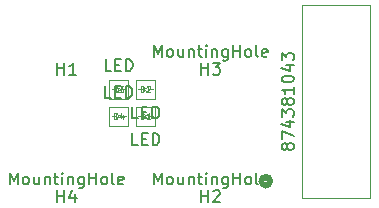
<source format=gbr>
%TF.GenerationSoftware,KiCad,Pcbnew,9.0.0*%
%TF.CreationDate,2025-04-02T01:46:26-07:00*%
%TF.ProjectId,LEDBoardUnhaunted,4c454442-6f61-4726-9455-6e6861756e74,rev?*%
%TF.SameCoordinates,Original*%
%TF.FileFunction,AssemblyDrawing,Top*%
%FSLAX46Y46*%
G04 Gerber Fmt 4.6, Leading zero omitted, Abs format (unit mm)*
G04 Created by KiCad (PCBNEW 9.0.0) date 2025-04-02 01:46:26*
%MOMM*%
%LPD*%
G01*
G04 APERTURE LIST*
%ADD10C,0.150000*%
%ADD11C,0.050000*%
%ADD12C,0.100000*%
%ADD13C,0.025400*%
%ADD14C,0.508000*%
G04 APERTURE END LIST*
D10*
X121503085Y-105721819D02*
X121503085Y-104721819D01*
X121503085Y-104721819D02*
X121836418Y-105436104D01*
X121836418Y-105436104D02*
X122169751Y-104721819D01*
X122169751Y-104721819D02*
X122169751Y-105721819D01*
X122788799Y-105721819D02*
X122693561Y-105674200D01*
X122693561Y-105674200D02*
X122645942Y-105626580D01*
X122645942Y-105626580D02*
X122598323Y-105531342D01*
X122598323Y-105531342D02*
X122598323Y-105245628D01*
X122598323Y-105245628D02*
X122645942Y-105150390D01*
X122645942Y-105150390D02*
X122693561Y-105102771D01*
X122693561Y-105102771D02*
X122788799Y-105055152D01*
X122788799Y-105055152D02*
X122931656Y-105055152D01*
X122931656Y-105055152D02*
X123026894Y-105102771D01*
X123026894Y-105102771D02*
X123074513Y-105150390D01*
X123074513Y-105150390D02*
X123122132Y-105245628D01*
X123122132Y-105245628D02*
X123122132Y-105531342D01*
X123122132Y-105531342D02*
X123074513Y-105626580D01*
X123074513Y-105626580D02*
X123026894Y-105674200D01*
X123026894Y-105674200D02*
X122931656Y-105721819D01*
X122931656Y-105721819D02*
X122788799Y-105721819D01*
X123979275Y-105055152D02*
X123979275Y-105721819D01*
X123550704Y-105055152D02*
X123550704Y-105578961D01*
X123550704Y-105578961D02*
X123598323Y-105674200D01*
X123598323Y-105674200D02*
X123693561Y-105721819D01*
X123693561Y-105721819D02*
X123836418Y-105721819D01*
X123836418Y-105721819D02*
X123931656Y-105674200D01*
X123931656Y-105674200D02*
X123979275Y-105626580D01*
X124455466Y-105055152D02*
X124455466Y-105721819D01*
X124455466Y-105150390D02*
X124503085Y-105102771D01*
X124503085Y-105102771D02*
X124598323Y-105055152D01*
X124598323Y-105055152D02*
X124741180Y-105055152D01*
X124741180Y-105055152D02*
X124836418Y-105102771D01*
X124836418Y-105102771D02*
X124884037Y-105198009D01*
X124884037Y-105198009D02*
X124884037Y-105721819D01*
X125217371Y-105055152D02*
X125598323Y-105055152D01*
X125360228Y-104721819D02*
X125360228Y-105578961D01*
X125360228Y-105578961D02*
X125407847Y-105674200D01*
X125407847Y-105674200D02*
X125503085Y-105721819D01*
X125503085Y-105721819D02*
X125598323Y-105721819D01*
X125931657Y-105721819D02*
X125931657Y-105055152D01*
X125931657Y-104721819D02*
X125884038Y-104769438D01*
X125884038Y-104769438D02*
X125931657Y-104817057D01*
X125931657Y-104817057D02*
X125979276Y-104769438D01*
X125979276Y-104769438D02*
X125931657Y-104721819D01*
X125931657Y-104721819D02*
X125931657Y-104817057D01*
X126407847Y-105055152D02*
X126407847Y-105721819D01*
X126407847Y-105150390D02*
X126455466Y-105102771D01*
X126455466Y-105102771D02*
X126550704Y-105055152D01*
X126550704Y-105055152D02*
X126693561Y-105055152D01*
X126693561Y-105055152D02*
X126788799Y-105102771D01*
X126788799Y-105102771D02*
X126836418Y-105198009D01*
X126836418Y-105198009D02*
X126836418Y-105721819D01*
X127741180Y-105055152D02*
X127741180Y-105864676D01*
X127741180Y-105864676D02*
X127693561Y-105959914D01*
X127693561Y-105959914D02*
X127645942Y-106007533D01*
X127645942Y-106007533D02*
X127550704Y-106055152D01*
X127550704Y-106055152D02*
X127407847Y-106055152D01*
X127407847Y-106055152D02*
X127312609Y-106007533D01*
X127741180Y-105674200D02*
X127645942Y-105721819D01*
X127645942Y-105721819D02*
X127455466Y-105721819D01*
X127455466Y-105721819D02*
X127360228Y-105674200D01*
X127360228Y-105674200D02*
X127312609Y-105626580D01*
X127312609Y-105626580D02*
X127264990Y-105531342D01*
X127264990Y-105531342D02*
X127264990Y-105245628D01*
X127264990Y-105245628D02*
X127312609Y-105150390D01*
X127312609Y-105150390D02*
X127360228Y-105102771D01*
X127360228Y-105102771D02*
X127455466Y-105055152D01*
X127455466Y-105055152D02*
X127645942Y-105055152D01*
X127645942Y-105055152D02*
X127741180Y-105102771D01*
X128217371Y-105721819D02*
X128217371Y-104721819D01*
X128217371Y-105198009D02*
X128788799Y-105198009D01*
X128788799Y-105721819D02*
X128788799Y-104721819D01*
X129407847Y-105721819D02*
X129312609Y-105674200D01*
X129312609Y-105674200D02*
X129264990Y-105626580D01*
X129264990Y-105626580D02*
X129217371Y-105531342D01*
X129217371Y-105531342D02*
X129217371Y-105245628D01*
X129217371Y-105245628D02*
X129264990Y-105150390D01*
X129264990Y-105150390D02*
X129312609Y-105102771D01*
X129312609Y-105102771D02*
X129407847Y-105055152D01*
X129407847Y-105055152D02*
X129550704Y-105055152D01*
X129550704Y-105055152D02*
X129645942Y-105102771D01*
X129645942Y-105102771D02*
X129693561Y-105150390D01*
X129693561Y-105150390D02*
X129741180Y-105245628D01*
X129741180Y-105245628D02*
X129741180Y-105531342D01*
X129741180Y-105531342D02*
X129693561Y-105626580D01*
X129693561Y-105626580D02*
X129645942Y-105674200D01*
X129645942Y-105674200D02*
X129550704Y-105721819D01*
X129550704Y-105721819D02*
X129407847Y-105721819D01*
X130312609Y-105721819D02*
X130217371Y-105674200D01*
X130217371Y-105674200D02*
X130169752Y-105578961D01*
X130169752Y-105578961D02*
X130169752Y-104721819D01*
X131074514Y-105674200D02*
X130979276Y-105721819D01*
X130979276Y-105721819D02*
X130788800Y-105721819D01*
X130788800Y-105721819D02*
X130693562Y-105674200D01*
X130693562Y-105674200D02*
X130645943Y-105578961D01*
X130645943Y-105578961D02*
X130645943Y-105198009D01*
X130645943Y-105198009D02*
X130693562Y-105102771D01*
X130693562Y-105102771D02*
X130788800Y-105055152D01*
X130788800Y-105055152D02*
X130979276Y-105055152D01*
X130979276Y-105055152D02*
X131074514Y-105102771D01*
X131074514Y-105102771D02*
X131122133Y-105198009D01*
X131122133Y-105198009D02*
X131122133Y-105293247D01*
X131122133Y-105293247D02*
X130645943Y-105388485D01*
X125526895Y-107221819D02*
X125526895Y-106221819D01*
X125526895Y-106698009D02*
X126098323Y-106698009D01*
X126098323Y-107221819D02*
X126098323Y-106221819D01*
X127003085Y-106555152D02*
X127003085Y-107221819D01*
X126764990Y-106174200D02*
X126526895Y-106888485D01*
X126526895Y-106888485D02*
X127145942Y-106888485D01*
X130075742Y-96130519D02*
X129599552Y-96130519D01*
X129599552Y-96130519D02*
X129599552Y-95130519D01*
X130409076Y-95606709D02*
X130742409Y-95606709D01*
X130885266Y-96130519D02*
X130409076Y-96130519D01*
X130409076Y-96130519D02*
X130409076Y-95130519D01*
X130409076Y-95130519D02*
X130885266Y-95130519D01*
X131313838Y-96130519D02*
X131313838Y-95130519D01*
X131313838Y-95130519D02*
X131551933Y-95130519D01*
X131551933Y-95130519D02*
X131694790Y-95178138D01*
X131694790Y-95178138D02*
X131790028Y-95273376D01*
X131790028Y-95273376D02*
X131837647Y-95368614D01*
X131837647Y-95368614D02*
X131885266Y-95559090D01*
X131885266Y-95559090D02*
X131885266Y-95701947D01*
X131885266Y-95701947D02*
X131837647Y-95892423D01*
X131837647Y-95892423D02*
X131790028Y-95987661D01*
X131790028Y-95987661D02*
X131694790Y-96082900D01*
X131694790Y-96082900D02*
X131551933Y-96130519D01*
X131551933Y-96130519D02*
X131313838Y-96130519D01*
D11*
X130349552Y-97904409D02*
X130349552Y-97404409D01*
X130349552Y-97404409D02*
X130468600Y-97404409D01*
X130468600Y-97404409D02*
X130540028Y-97428219D01*
X130540028Y-97428219D02*
X130587647Y-97475838D01*
X130587647Y-97475838D02*
X130611457Y-97523457D01*
X130611457Y-97523457D02*
X130635266Y-97618695D01*
X130635266Y-97618695D02*
X130635266Y-97690123D01*
X130635266Y-97690123D02*
X130611457Y-97785361D01*
X130611457Y-97785361D02*
X130587647Y-97832980D01*
X130587647Y-97832980D02*
X130540028Y-97880600D01*
X130540028Y-97880600D02*
X130468600Y-97904409D01*
X130468600Y-97904409D02*
X130349552Y-97904409D01*
X130801933Y-97404409D02*
X131111457Y-97404409D01*
X131111457Y-97404409D02*
X130944790Y-97594885D01*
X130944790Y-97594885D02*
X131016219Y-97594885D01*
X131016219Y-97594885D02*
X131063838Y-97618695D01*
X131063838Y-97618695D02*
X131087647Y-97642504D01*
X131087647Y-97642504D02*
X131111457Y-97690123D01*
X131111457Y-97690123D02*
X131111457Y-97809171D01*
X131111457Y-97809171D02*
X131087647Y-97856790D01*
X131087647Y-97856790D02*
X131063838Y-97880600D01*
X131063838Y-97880600D02*
X131016219Y-97904409D01*
X131016219Y-97904409D02*
X130873362Y-97904409D01*
X130873362Y-97904409D02*
X130825743Y-97880600D01*
X130825743Y-97880600D02*
X130801933Y-97856790D01*
D10*
X125526895Y-96426819D02*
X125526895Y-95426819D01*
X125526895Y-95903009D02*
X126098323Y-95903009D01*
X126098323Y-96426819D02*
X126098323Y-95426819D01*
X127098323Y-96426819D02*
X126526895Y-96426819D01*
X126812609Y-96426819D02*
X126812609Y-95426819D01*
X126812609Y-95426819D02*
X126717371Y-95569676D01*
X126717371Y-95569676D02*
X126622133Y-95664914D01*
X126622133Y-95664914D02*
X126526895Y-95712533D01*
X132343942Y-102391119D02*
X131867752Y-102391119D01*
X131867752Y-102391119D02*
X131867752Y-101391119D01*
X132677276Y-101867309D02*
X133010609Y-101867309D01*
X133153466Y-102391119D02*
X132677276Y-102391119D01*
X132677276Y-102391119D02*
X132677276Y-101391119D01*
X132677276Y-101391119D02*
X133153466Y-101391119D01*
X133582038Y-102391119D02*
X133582038Y-101391119D01*
X133582038Y-101391119D02*
X133820133Y-101391119D01*
X133820133Y-101391119D02*
X133962990Y-101438738D01*
X133962990Y-101438738D02*
X134058228Y-101533976D01*
X134058228Y-101533976D02*
X134105847Y-101629214D01*
X134105847Y-101629214D02*
X134153466Y-101819690D01*
X134153466Y-101819690D02*
X134153466Y-101962547D01*
X134153466Y-101962547D02*
X134105847Y-102153023D01*
X134105847Y-102153023D02*
X134058228Y-102248261D01*
X134058228Y-102248261D02*
X133962990Y-102343500D01*
X133962990Y-102343500D02*
X133820133Y-102391119D01*
X133820133Y-102391119D02*
X133582038Y-102391119D01*
D11*
X132617752Y-100165009D02*
X132617752Y-99665009D01*
X132617752Y-99665009D02*
X132736800Y-99665009D01*
X132736800Y-99665009D02*
X132808228Y-99688819D01*
X132808228Y-99688819D02*
X132855847Y-99736438D01*
X132855847Y-99736438D02*
X132879657Y-99784057D01*
X132879657Y-99784057D02*
X132903466Y-99879295D01*
X132903466Y-99879295D02*
X132903466Y-99950723D01*
X132903466Y-99950723D02*
X132879657Y-100045961D01*
X132879657Y-100045961D02*
X132855847Y-100093580D01*
X132855847Y-100093580D02*
X132808228Y-100141200D01*
X132808228Y-100141200D02*
X132736800Y-100165009D01*
X132736800Y-100165009D02*
X132617752Y-100165009D01*
X133379657Y-100165009D02*
X133093943Y-100165009D01*
X133236800Y-100165009D02*
X133236800Y-99665009D01*
X133236800Y-99665009D02*
X133189181Y-99736438D01*
X133189181Y-99736438D02*
X133141562Y-99784057D01*
X133141562Y-99784057D02*
X133093943Y-99807866D01*
D10*
X133695085Y-94926819D02*
X133695085Y-93926819D01*
X133695085Y-93926819D02*
X134028418Y-94641104D01*
X134028418Y-94641104D02*
X134361751Y-93926819D01*
X134361751Y-93926819D02*
X134361751Y-94926819D01*
X134980799Y-94926819D02*
X134885561Y-94879200D01*
X134885561Y-94879200D02*
X134837942Y-94831580D01*
X134837942Y-94831580D02*
X134790323Y-94736342D01*
X134790323Y-94736342D02*
X134790323Y-94450628D01*
X134790323Y-94450628D02*
X134837942Y-94355390D01*
X134837942Y-94355390D02*
X134885561Y-94307771D01*
X134885561Y-94307771D02*
X134980799Y-94260152D01*
X134980799Y-94260152D02*
X135123656Y-94260152D01*
X135123656Y-94260152D02*
X135218894Y-94307771D01*
X135218894Y-94307771D02*
X135266513Y-94355390D01*
X135266513Y-94355390D02*
X135314132Y-94450628D01*
X135314132Y-94450628D02*
X135314132Y-94736342D01*
X135314132Y-94736342D02*
X135266513Y-94831580D01*
X135266513Y-94831580D02*
X135218894Y-94879200D01*
X135218894Y-94879200D02*
X135123656Y-94926819D01*
X135123656Y-94926819D02*
X134980799Y-94926819D01*
X136171275Y-94260152D02*
X136171275Y-94926819D01*
X135742704Y-94260152D02*
X135742704Y-94783961D01*
X135742704Y-94783961D02*
X135790323Y-94879200D01*
X135790323Y-94879200D02*
X135885561Y-94926819D01*
X135885561Y-94926819D02*
X136028418Y-94926819D01*
X136028418Y-94926819D02*
X136123656Y-94879200D01*
X136123656Y-94879200D02*
X136171275Y-94831580D01*
X136647466Y-94260152D02*
X136647466Y-94926819D01*
X136647466Y-94355390D02*
X136695085Y-94307771D01*
X136695085Y-94307771D02*
X136790323Y-94260152D01*
X136790323Y-94260152D02*
X136933180Y-94260152D01*
X136933180Y-94260152D02*
X137028418Y-94307771D01*
X137028418Y-94307771D02*
X137076037Y-94403009D01*
X137076037Y-94403009D02*
X137076037Y-94926819D01*
X137409371Y-94260152D02*
X137790323Y-94260152D01*
X137552228Y-93926819D02*
X137552228Y-94783961D01*
X137552228Y-94783961D02*
X137599847Y-94879200D01*
X137599847Y-94879200D02*
X137695085Y-94926819D01*
X137695085Y-94926819D02*
X137790323Y-94926819D01*
X138123657Y-94926819D02*
X138123657Y-94260152D01*
X138123657Y-93926819D02*
X138076038Y-93974438D01*
X138076038Y-93974438D02*
X138123657Y-94022057D01*
X138123657Y-94022057D02*
X138171276Y-93974438D01*
X138171276Y-93974438D02*
X138123657Y-93926819D01*
X138123657Y-93926819D02*
X138123657Y-94022057D01*
X138599847Y-94260152D02*
X138599847Y-94926819D01*
X138599847Y-94355390D02*
X138647466Y-94307771D01*
X138647466Y-94307771D02*
X138742704Y-94260152D01*
X138742704Y-94260152D02*
X138885561Y-94260152D01*
X138885561Y-94260152D02*
X138980799Y-94307771D01*
X138980799Y-94307771D02*
X139028418Y-94403009D01*
X139028418Y-94403009D02*
X139028418Y-94926819D01*
X139933180Y-94260152D02*
X139933180Y-95069676D01*
X139933180Y-95069676D02*
X139885561Y-95164914D01*
X139885561Y-95164914D02*
X139837942Y-95212533D01*
X139837942Y-95212533D02*
X139742704Y-95260152D01*
X139742704Y-95260152D02*
X139599847Y-95260152D01*
X139599847Y-95260152D02*
X139504609Y-95212533D01*
X139933180Y-94879200D02*
X139837942Y-94926819D01*
X139837942Y-94926819D02*
X139647466Y-94926819D01*
X139647466Y-94926819D02*
X139552228Y-94879200D01*
X139552228Y-94879200D02*
X139504609Y-94831580D01*
X139504609Y-94831580D02*
X139456990Y-94736342D01*
X139456990Y-94736342D02*
X139456990Y-94450628D01*
X139456990Y-94450628D02*
X139504609Y-94355390D01*
X139504609Y-94355390D02*
X139552228Y-94307771D01*
X139552228Y-94307771D02*
X139647466Y-94260152D01*
X139647466Y-94260152D02*
X139837942Y-94260152D01*
X139837942Y-94260152D02*
X139933180Y-94307771D01*
X140409371Y-94926819D02*
X140409371Y-93926819D01*
X140409371Y-94403009D02*
X140980799Y-94403009D01*
X140980799Y-94926819D02*
X140980799Y-93926819D01*
X141599847Y-94926819D02*
X141504609Y-94879200D01*
X141504609Y-94879200D02*
X141456990Y-94831580D01*
X141456990Y-94831580D02*
X141409371Y-94736342D01*
X141409371Y-94736342D02*
X141409371Y-94450628D01*
X141409371Y-94450628D02*
X141456990Y-94355390D01*
X141456990Y-94355390D02*
X141504609Y-94307771D01*
X141504609Y-94307771D02*
X141599847Y-94260152D01*
X141599847Y-94260152D02*
X141742704Y-94260152D01*
X141742704Y-94260152D02*
X141837942Y-94307771D01*
X141837942Y-94307771D02*
X141885561Y-94355390D01*
X141885561Y-94355390D02*
X141933180Y-94450628D01*
X141933180Y-94450628D02*
X141933180Y-94736342D01*
X141933180Y-94736342D02*
X141885561Y-94831580D01*
X141885561Y-94831580D02*
X141837942Y-94879200D01*
X141837942Y-94879200D02*
X141742704Y-94926819D01*
X141742704Y-94926819D02*
X141599847Y-94926819D01*
X142504609Y-94926819D02*
X142409371Y-94879200D01*
X142409371Y-94879200D02*
X142361752Y-94783961D01*
X142361752Y-94783961D02*
X142361752Y-93926819D01*
X143266514Y-94879200D02*
X143171276Y-94926819D01*
X143171276Y-94926819D02*
X142980800Y-94926819D01*
X142980800Y-94926819D02*
X142885562Y-94879200D01*
X142885562Y-94879200D02*
X142837943Y-94783961D01*
X142837943Y-94783961D02*
X142837943Y-94403009D01*
X142837943Y-94403009D02*
X142885562Y-94307771D01*
X142885562Y-94307771D02*
X142980800Y-94260152D01*
X142980800Y-94260152D02*
X143171276Y-94260152D01*
X143171276Y-94260152D02*
X143266514Y-94307771D01*
X143266514Y-94307771D02*
X143314133Y-94403009D01*
X143314133Y-94403009D02*
X143314133Y-94498247D01*
X143314133Y-94498247D02*
X142837943Y-94593485D01*
X137718895Y-96426819D02*
X137718895Y-95426819D01*
X137718895Y-95903009D02*
X138290323Y-95903009D01*
X138290323Y-96426819D02*
X138290323Y-95426819D01*
X138671276Y-95426819D02*
X139290323Y-95426819D01*
X139290323Y-95426819D02*
X138956990Y-95807771D01*
X138956990Y-95807771D02*
X139099847Y-95807771D01*
X139099847Y-95807771D02*
X139195085Y-95855390D01*
X139195085Y-95855390D02*
X139242704Y-95903009D01*
X139242704Y-95903009D02*
X139290323Y-95998247D01*
X139290323Y-95998247D02*
X139290323Y-96236342D01*
X139290323Y-96236342D02*
X139242704Y-96331580D01*
X139242704Y-96331580D02*
X139195085Y-96379200D01*
X139195085Y-96379200D02*
X139099847Y-96426819D01*
X139099847Y-96426819D02*
X138814133Y-96426819D01*
X138814133Y-96426819D02*
X138718895Y-96379200D01*
X138718895Y-96379200D02*
X138671276Y-96331580D01*
X133695085Y-105721819D02*
X133695085Y-104721819D01*
X133695085Y-104721819D02*
X134028418Y-105436104D01*
X134028418Y-105436104D02*
X134361751Y-104721819D01*
X134361751Y-104721819D02*
X134361751Y-105721819D01*
X134980799Y-105721819D02*
X134885561Y-105674200D01*
X134885561Y-105674200D02*
X134837942Y-105626580D01*
X134837942Y-105626580D02*
X134790323Y-105531342D01*
X134790323Y-105531342D02*
X134790323Y-105245628D01*
X134790323Y-105245628D02*
X134837942Y-105150390D01*
X134837942Y-105150390D02*
X134885561Y-105102771D01*
X134885561Y-105102771D02*
X134980799Y-105055152D01*
X134980799Y-105055152D02*
X135123656Y-105055152D01*
X135123656Y-105055152D02*
X135218894Y-105102771D01*
X135218894Y-105102771D02*
X135266513Y-105150390D01*
X135266513Y-105150390D02*
X135314132Y-105245628D01*
X135314132Y-105245628D02*
X135314132Y-105531342D01*
X135314132Y-105531342D02*
X135266513Y-105626580D01*
X135266513Y-105626580D02*
X135218894Y-105674200D01*
X135218894Y-105674200D02*
X135123656Y-105721819D01*
X135123656Y-105721819D02*
X134980799Y-105721819D01*
X136171275Y-105055152D02*
X136171275Y-105721819D01*
X135742704Y-105055152D02*
X135742704Y-105578961D01*
X135742704Y-105578961D02*
X135790323Y-105674200D01*
X135790323Y-105674200D02*
X135885561Y-105721819D01*
X135885561Y-105721819D02*
X136028418Y-105721819D01*
X136028418Y-105721819D02*
X136123656Y-105674200D01*
X136123656Y-105674200D02*
X136171275Y-105626580D01*
X136647466Y-105055152D02*
X136647466Y-105721819D01*
X136647466Y-105150390D02*
X136695085Y-105102771D01*
X136695085Y-105102771D02*
X136790323Y-105055152D01*
X136790323Y-105055152D02*
X136933180Y-105055152D01*
X136933180Y-105055152D02*
X137028418Y-105102771D01*
X137028418Y-105102771D02*
X137076037Y-105198009D01*
X137076037Y-105198009D02*
X137076037Y-105721819D01*
X137409371Y-105055152D02*
X137790323Y-105055152D01*
X137552228Y-104721819D02*
X137552228Y-105578961D01*
X137552228Y-105578961D02*
X137599847Y-105674200D01*
X137599847Y-105674200D02*
X137695085Y-105721819D01*
X137695085Y-105721819D02*
X137790323Y-105721819D01*
X138123657Y-105721819D02*
X138123657Y-105055152D01*
X138123657Y-104721819D02*
X138076038Y-104769438D01*
X138076038Y-104769438D02*
X138123657Y-104817057D01*
X138123657Y-104817057D02*
X138171276Y-104769438D01*
X138171276Y-104769438D02*
X138123657Y-104721819D01*
X138123657Y-104721819D02*
X138123657Y-104817057D01*
X138599847Y-105055152D02*
X138599847Y-105721819D01*
X138599847Y-105150390D02*
X138647466Y-105102771D01*
X138647466Y-105102771D02*
X138742704Y-105055152D01*
X138742704Y-105055152D02*
X138885561Y-105055152D01*
X138885561Y-105055152D02*
X138980799Y-105102771D01*
X138980799Y-105102771D02*
X139028418Y-105198009D01*
X139028418Y-105198009D02*
X139028418Y-105721819D01*
X139933180Y-105055152D02*
X139933180Y-105864676D01*
X139933180Y-105864676D02*
X139885561Y-105959914D01*
X139885561Y-105959914D02*
X139837942Y-106007533D01*
X139837942Y-106007533D02*
X139742704Y-106055152D01*
X139742704Y-106055152D02*
X139599847Y-106055152D01*
X139599847Y-106055152D02*
X139504609Y-106007533D01*
X139933180Y-105674200D02*
X139837942Y-105721819D01*
X139837942Y-105721819D02*
X139647466Y-105721819D01*
X139647466Y-105721819D02*
X139552228Y-105674200D01*
X139552228Y-105674200D02*
X139504609Y-105626580D01*
X139504609Y-105626580D02*
X139456990Y-105531342D01*
X139456990Y-105531342D02*
X139456990Y-105245628D01*
X139456990Y-105245628D02*
X139504609Y-105150390D01*
X139504609Y-105150390D02*
X139552228Y-105102771D01*
X139552228Y-105102771D02*
X139647466Y-105055152D01*
X139647466Y-105055152D02*
X139837942Y-105055152D01*
X139837942Y-105055152D02*
X139933180Y-105102771D01*
X140409371Y-105721819D02*
X140409371Y-104721819D01*
X140409371Y-105198009D02*
X140980799Y-105198009D01*
X140980799Y-105721819D02*
X140980799Y-104721819D01*
X141599847Y-105721819D02*
X141504609Y-105674200D01*
X141504609Y-105674200D02*
X141456990Y-105626580D01*
X141456990Y-105626580D02*
X141409371Y-105531342D01*
X141409371Y-105531342D02*
X141409371Y-105245628D01*
X141409371Y-105245628D02*
X141456990Y-105150390D01*
X141456990Y-105150390D02*
X141504609Y-105102771D01*
X141504609Y-105102771D02*
X141599847Y-105055152D01*
X141599847Y-105055152D02*
X141742704Y-105055152D01*
X141742704Y-105055152D02*
X141837942Y-105102771D01*
X141837942Y-105102771D02*
X141885561Y-105150390D01*
X141885561Y-105150390D02*
X141933180Y-105245628D01*
X141933180Y-105245628D02*
X141933180Y-105531342D01*
X141933180Y-105531342D02*
X141885561Y-105626580D01*
X141885561Y-105626580D02*
X141837942Y-105674200D01*
X141837942Y-105674200D02*
X141742704Y-105721819D01*
X141742704Y-105721819D02*
X141599847Y-105721819D01*
X142504609Y-105721819D02*
X142409371Y-105674200D01*
X142409371Y-105674200D02*
X142361752Y-105578961D01*
X142361752Y-105578961D02*
X142361752Y-104721819D01*
X143266514Y-105674200D02*
X143171276Y-105721819D01*
X143171276Y-105721819D02*
X142980800Y-105721819D01*
X142980800Y-105721819D02*
X142885562Y-105674200D01*
X142885562Y-105674200D02*
X142837943Y-105578961D01*
X142837943Y-105578961D02*
X142837943Y-105198009D01*
X142837943Y-105198009D02*
X142885562Y-105102771D01*
X142885562Y-105102771D02*
X142980800Y-105055152D01*
X142980800Y-105055152D02*
X143171276Y-105055152D01*
X143171276Y-105055152D02*
X143266514Y-105102771D01*
X143266514Y-105102771D02*
X143314133Y-105198009D01*
X143314133Y-105198009D02*
X143314133Y-105293247D01*
X143314133Y-105293247D02*
X142837943Y-105388485D01*
X137718895Y-107221819D02*
X137718895Y-106221819D01*
X137718895Y-106698009D02*
X138290323Y-106698009D01*
X138290323Y-107221819D02*
X138290323Y-106221819D01*
X138718895Y-106317057D02*
X138766514Y-106269438D01*
X138766514Y-106269438D02*
X138861752Y-106221819D01*
X138861752Y-106221819D02*
X139099847Y-106221819D01*
X139099847Y-106221819D02*
X139195085Y-106269438D01*
X139195085Y-106269438D02*
X139242704Y-106317057D01*
X139242704Y-106317057D02*
X139290323Y-106412295D01*
X139290323Y-106412295D02*
X139290323Y-106507533D01*
X139290323Y-106507533D02*
X139242704Y-106650390D01*
X139242704Y-106650390D02*
X138671276Y-107221819D01*
X138671276Y-107221819D02*
X139290323Y-107221819D01*
X130068142Y-98391119D02*
X129591952Y-98391119D01*
X129591952Y-98391119D02*
X129591952Y-97391119D01*
X130401476Y-97867309D02*
X130734809Y-97867309D01*
X130877666Y-98391119D02*
X130401476Y-98391119D01*
X130401476Y-98391119D02*
X130401476Y-97391119D01*
X130401476Y-97391119D02*
X130877666Y-97391119D01*
X131306238Y-98391119D02*
X131306238Y-97391119D01*
X131306238Y-97391119D02*
X131544333Y-97391119D01*
X131544333Y-97391119D02*
X131687190Y-97438738D01*
X131687190Y-97438738D02*
X131782428Y-97533976D01*
X131782428Y-97533976D02*
X131830047Y-97629214D01*
X131830047Y-97629214D02*
X131877666Y-97819690D01*
X131877666Y-97819690D02*
X131877666Y-97962547D01*
X131877666Y-97962547D02*
X131830047Y-98153023D01*
X131830047Y-98153023D02*
X131782428Y-98248261D01*
X131782428Y-98248261D02*
X131687190Y-98343500D01*
X131687190Y-98343500D02*
X131544333Y-98391119D01*
X131544333Y-98391119D02*
X131306238Y-98391119D01*
D11*
X130341952Y-100165009D02*
X130341952Y-99665009D01*
X130341952Y-99665009D02*
X130461000Y-99665009D01*
X130461000Y-99665009D02*
X130532428Y-99688819D01*
X130532428Y-99688819D02*
X130580047Y-99736438D01*
X130580047Y-99736438D02*
X130603857Y-99784057D01*
X130603857Y-99784057D02*
X130627666Y-99879295D01*
X130627666Y-99879295D02*
X130627666Y-99950723D01*
X130627666Y-99950723D02*
X130603857Y-100045961D01*
X130603857Y-100045961D02*
X130580047Y-100093580D01*
X130580047Y-100093580D02*
X130532428Y-100141200D01*
X130532428Y-100141200D02*
X130461000Y-100165009D01*
X130461000Y-100165009D02*
X130341952Y-100165009D01*
X131056238Y-99831676D02*
X131056238Y-100165009D01*
X130937190Y-99641200D02*
X130818143Y-99998342D01*
X130818143Y-99998342D02*
X131127666Y-99998342D01*
D10*
X144954390Y-102598562D02*
X144906771Y-102693800D01*
X144906771Y-102693800D02*
X144859152Y-102741419D01*
X144859152Y-102741419D02*
X144763914Y-102789038D01*
X144763914Y-102789038D02*
X144716295Y-102789038D01*
X144716295Y-102789038D02*
X144621057Y-102741419D01*
X144621057Y-102741419D02*
X144573438Y-102693800D01*
X144573438Y-102693800D02*
X144525819Y-102598562D01*
X144525819Y-102598562D02*
X144525819Y-102408086D01*
X144525819Y-102408086D02*
X144573438Y-102312848D01*
X144573438Y-102312848D02*
X144621057Y-102265229D01*
X144621057Y-102265229D02*
X144716295Y-102217610D01*
X144716295Y-102217610D02*
X144763914Y-102217610D01*
X144763914Y-102217610D02*
X144859152Y-102265229D01*
X144859152Y-102265229D02*
X144906771Y-102312848D01*
X144906771Y-102312848D02*
X144954390Y-102408086D01*
X144954390Y-102408086D02*
X144954390Y-102598562D01*
X144954390Y-102598562D02*
X145002009Y-102693800D01*
X145002009Y-102693800D02*
X145049628Y-102741419D01*
X145049628Y-102741419D02*
X145144866Y-102789038D01*
X145144866Y-102789038D02*
X145335342Y-102789038D01*
X145335342Y-102789038D02*
X145430580Y-102741419D01*
X145430580Y-102741419D02*
X145478200Y-102693800D01*
X145478200Y-102693800D02*
X145525819Y-102598562D01*
X145525819Y-102598562D02*
X145525819Y-102408086D01*
X145525819Y-102408086D02*
X145478200Y-102312848D01*
X145478200Y-102312848D02*
X145430580Y-102265229D01*
X145430580Y-102265229D02*
X145335342Y-102217610D01*
X145335342Y-102217610D02*
X145144866Y-102217610D01*
X145144866Y-102217610D02*
X145049628Y-102265229D01*
X145049628Y-102265229D02*
X145002009Y-102312848D01*
X145002009Y-102312848D02*
X144954390Y-102408086D01*
X144525819Y-101884276D02*
X144525819Y-101217610D01*
X144525819Y-101217610D02*
X145525819Y-101646181D01*
X144859152Y-100408086D02*
X145525819Y-100408086D01*
X144478200Y-100646181D02*
X145192485Y-100884276D01*
X145192485Y-100884276D02*
X145192485Y-100265229D01*
X144525819Y-99979514D02*
X144525819Y-99360467D01*
X144525819Y-99360467D02*
X144906771Y-99693800D01*
X144906771Y-99693800D02*
X144906771Y-99550943D01*
X144906771Y-99550943D02*
X144954390Y-99455705D01*
X144954390Y-99455705D02*
X145002009Y-99408086D01*
X145002009Y-99408086D02*
X145097247Y-99360467D01*
X145097247Y-99360467D02*
X145335342Y-99360467D01*
X145335342Y-99360467D02*
X145430580Y-99408086D01*
X145430580Y-99408086D02*
X145478200Y-99455705D01*
X145478200Y-99455705D02*
X145525819Y-99550943D01*
X145525819Y-99550943D02*
X145525819Y-99836657D01*
X145525819Y-99836657D02*
X145478200Y-99931895D01*
X145478200Y-99931895D02*
X145430580Y-99979514D01*
X144954390Y-98789038D02*
X144906771Y-98884276D01*
X144906771Y-98884276D02*
X144859152Y-98931895D01*
X144859152Y-98931895D02*
X144763914Y-98979514D01*
X144763914Y-98979514D02*
X144716295Y-98979514D01*
X144716295Y-98979514D02*
X144621057Y-98931895D01*
X144621057Y-98931895D02*
X144573438Y-98884276D01*
X144573438Y-98884276D02*
X144525819Y-98789038D01*
X144525819Y-98789038D02*
X144525819Y-98598562D01*
X144525819Y-98598562D02*
X144573438Y-98503324D01*
X144573438Y-98503324D02*
X144621057Y-98455705D01*
X144621057Y-98455705D02*
X144716295Y-98408086D01*
X144716295Y-98408086D02*
X144763914Y-98408086D01*
X144763914Y-98408086D02*
X144859152Y-98455705D01*
X144859152Y-98455705D02*
X144906771Y-98503324D01*
X144906771Y-98503324D02*
X144954390Y-98598562D01*
X144954390Y-98598562D02*
X144954390Y-98789038D01*
X144954390Y-98789038D02*
X145002009Y-98884276D01*
X145002009Y-98884276D02*
X145049628Y-98931895D01*
X145049628Y-98931895D02*
X145144866Y-98979514D01*
X145144866Y-98979514D02*
X145335342Y-98979514D01*
X145335342Y-98979514D02*
X145430580Y-98931895D01*
X145430580Y-98931895D02*
X145478200Y-98884276D01*
X145478200Y-98884276D02*
X145525819Y-98789038D01*
X145525819Y-98789038D02*
X145525819Y-98598562D01*
X145525819Y-98598562D02*
X145478200Y-98503324D01*
X145478200Y-98503324D02*
X145430580Y-98455705D01*
X145430580Y-98455705D02*
X145335342Y-98408086D01*
X145335342Y-98408086D02*
X145144866Y-98408086D01*
X145144866Y-98408086D02*
X145049628Y-98455705D01*
X145049628Y-98455705D02*
X145002009Y-98503324D01*
X145002009Y-98503324D02*
X144954390Y-98598562D01*
X145525819Y-97455705D02*
X145525819Y-98027133D01*
X145525819Y-97741419D02*
X144525819Y-97741419D01*
X144525819Y-97741419D02*
X144668676Y-97836657D01*
X144668676Y-97836657D02*
X144763914Y-97931895D01*
X144763914Y-97931895D02*
X144811533Y-98027133D01*
X144525819Y-96836657D02*
X144525819Y-96741419D01*
X144525819Y-96741419D02*
X144573438Y-96646181D01*
X144573438Y-96646181D02*
X144621057Y-96598562D01*
X144621057Y-96598562D02*
X144716295Y-96550943D01*
X144716295Y-96550943D02*
X144906771Y-96503324D01*
X144906771Y-96503324D02*
X145144866Y-96503324D01*
X145144866Y-96503324D02*
X145335342Y-96550943D01*
X145335342Y-96550943D02*
X145430580Y-96598562D01*
X145430580Y-96598562D02*
X145478200Y-96646181D01*
X145478200Y-96646181D02*
X145525819Y-96741419D01*
X145525819Y-96741419D02*
X145525819Y-96836657D01*
X145525819Y-96836657D02*
X145478200Y-96931895D01*
X145478200Y-96931895D02*
X145430580Y-96979514D01*
X145430580Y-96979514D02*
X145335342Y-97027133D01*
X145335342Y-97027133D02*
X145144866Y-97074752D01*
X145144866Y-97074752D02*
X144906771Y-97074752D01*
X144906771Y-97074752D02*
X144716295Y-97027133D01*
X144716295Y-97027133D02*
X144621057Y-96979514D01*
X144621057Y-96979514D02*
X144573438Y-96931895D01*
X144573438Y-96931895D02*
X144525819Y-96836657D01*
X144859152Y-95646181D02*
X145525819Y-95646181D01*
X144478200Y-95884276D02*
X145192485Y-96122371D01*
X145192485Y-96122371D02*
X145192485Y-95503324D01*
X144525819Y-95217609D02*
X144525819Y-94598562D01*
X144525819Y-94598562D02*
X144906771Y-94931895D01*
X144906771Y-94931895D02*
X144906771Y-94789038D01*
X144906771Y-94789038D02*
X144954390Y-94693800D01*
X144954390Y-94693800D02*
X145002009Y-94646181D01*
X145002009Y-94646181D02*
X145097247Y-94598562D01*
X145097247Y-94598562D02*
X145335342Y-94598562D01*
X145335342Y-94598562D02*
X145430580Y-94646181D01*
X145430580Y-94646181D02*
X145478200Y-94693800D01*
X145478200Y-94693800D02*
X145525819Y-94789038D01*
X145525819Y-94789038D02*
X145525819Y-95074752D01*
X145525819Y-95074752D02*
X145478200Y-95169990D01*
X145478200Y-95169990D02*
X145430580Y-95217609D01*
X132333742Y-100130519D02*
X131857552Y-100130519D01*
X131857552Y-100130519D02*
X131857552Y-99130519D01*
X132667076Y-99606709D02*
X133000409Y-99606709D01*
X133143266Y-100130519D02*
X132667076Y-100130519D01*
X132667076Y-100130519D02*
X132667076Y-99130519D01*
X132667076Y-99130519D02*
X133143266Y-99130519D01*
X133571838Y-100130519D02*
X133571838Y-99130519D01*
X133571838Y-99130519D02*
X133809933Y-99130519D01*
X133809933Y-99130519D02*
X133952790Y-99178138D01*
X133952790Y-99178138D02*
X134048028Y-99273376D01*
X134048028Y-99273376D02*
X134095647Y-99368614D01*
X134095647Y-99368614D02*
X134143266Y-99559090D01*
X134143266Y-99559090D02*
X134143266Y-99701947D01*
X134143266Y-99701947D02*
X134095647Y-99892423D01*
X134095647Y-99892423D02*
X134048028Y-99987661D01*
X134048028Y-99987661D02*
X133952790Y-100082900D01*
X133952790Y-100082900D02*
X133809933Y-100130519D01*
X133809933Y-100130519D02*
X133571838Y-100130519D01*
D11*
X132607552Y-97904409D02*
X132607552Y-97404409D01*
X132607552Y-97404409D02*
X132726600Y-97404409D01*
X132726600Y-97404409D02*
X132798028Y-97428219D01*
X132798028Y-97428219D02*
X132845647Y-97475838D01*
X132845647Y-97475838D02*
X132869457Y-97523457D01*
X132869457Y-97523457D02*
X132893266Y-97618695D01*
X132893266Y-97618695D02*
X132893266Y-97690123D01*
X132893266Y-97690123D02*
X132869457Y-97785361D01*
X132869457Y-97785361D02*
X132845647Y-97832980D01*
X132845647Y-97832980D02*
X132798028Y-97880600D01*
X132798028Y-97880600D02*
X132726600Y-97904409D01*
X132726600Y-97904409D02*
X132607552Y-97904409D01*
X133083743Y-97452028D02*
X133107552Y-97428219D01*
X133107552Y-97428219D02*
X133155171Y-97404409D01*
X133155171Y-97404409D02*
X133274219Y-97404409D01*
X133274219Y-97404409D02*
X133321838Y-97428219D01*
X133321838Y-97428219D02*
X133345647Y-97452028D01*
X133345647Y-97452028D02*
X133369457Y-97499647D01*
X133369457Y-97499647D02*
X133369457Y-97547266D01*
X133369457Y-97547266D02*
X133345647Y-97618695D01*
X133345647Y-97618695D02*
X133059933Y-97904409D01*
X133059933Y-97904409D02*
X133369457Y-97904409D01*
D12*
%TO.C,D3*%
X129918600Y-96875700D02*
X131518600Y-96875700D01*
X129918600Y-98475700D02*
X129918600Y-96875700D01*
X130118600Y-97675700D02*
X130518600Y-97675700D01*
X130518600Y-97475700D02*
X130918600Y-97675700D01*
X130518600Y-97875700D02*
X130518600Y-97475700D01*
X130918600Y-97675700D02*
X130518600Y-97875700D01*
X130918600Y-97875700D02*
X130918600Y-97475700D01*
X131318600Y-97675700D02*
X130918600Y-97675700D01*
X131518600Y-96875700D02*
X131518600Y-98475700D01*
X131518600Y-98475700D02*
X129918600Y-98475700D01*
%TO.C,D1*%
X132186800Y-99136300D02*
X133786800Y-99136300D01*
X132186800Y-100736300D02*
X132186800Y-99136300D01*
X132386800Y-99936300D02*
X132786800Y-99936300D01*
X132786800Y-99736300D02*
X132786800Y-100136300D01*
X132786800Y-99936300D02*
X133186800Y-99736300D01*
X133186800Y-99736300D02*
X133186800Y-100136300D01*
X133186800Y-100136300D02*
X132786800Y-99936300D01*
X133586800Y-99936300D02*
X133186800Y-99936300D01*
X133786800Y-99136300D02*
X133786800Y-100736300D01*
X133786800Y-100736300D02*
X132186800Y-100736300D01*
%TO.C,D4*%
X129911000Y-99136300D02*
X131511000Y-99136300D01*
X129911000Y-100736300D02*
X129911000Y-99136300D01*
X130111000Y-99936300D02*
X130511000Y-99936300D01*
X130511000Y-99736300D02*
X130911000Y-99936300D01*
X130511000Y-100136300D02*
X130511000Y-99736300D01*
X130911000Y-99936300D02*
X130511000Y-100136300D01*
X130911000Y-100136300D02*
X130911000Y-99736300D01*
X131311000Y-99936300D02*
X130911000Y-99936300D01*
X131511000Y-99136300D02*
X131511000Y-100736300D01*
X131511000Y-100736300D02*
X129911000Y-100736300D01*
D13*
%TO.C,J1*%
X146246000Y-90540401D02*
X146246000Y-106847201D01*
X146246000Y-106847201D02*
X151986399Y-106847201D01*
X151986399Y-90540401D02*
X146246000Y-90540401D01*
X151986399Y-106847201D02*
X151986399Y-90540401D01*
D14*
X143547000Y-105443800D02*
G75*
G02*
X142785000Y-105443800I-381000J0D01*
G01*
X142785000Y-105443800D02*
G75*
G02*
X143547000Y-105443800I381000J0D01*
G01*
D12*
%TO.C,D2*%
X132176600Y-96875700D02*
X133776600Y-96875700D01*
X132176600Y-98475700D02*
X132176600Y-96875700D01*
X132376600Y-97675700D02*
X132776600Y-97675700D01*
X132776600Y-97475700D02*
X132776600Y-97875700D01*
X132776600Y-97675700D02*
X133176600Y-97475700D01*
X133176600Y-97475700D02*
X133176600Y-97875700D01*
X133176600Y-97875700D02*
X132776600Y-97675700D01*
X133576600Y-97675700D02*
X133176600Y-97675700D01*
X133776600Y-96875700D02*
X133776600Y-98475700D01*
X133776600Y-98475700D02*
X132176600Y-98475700D01*
%TD*%
M02*

</source>
